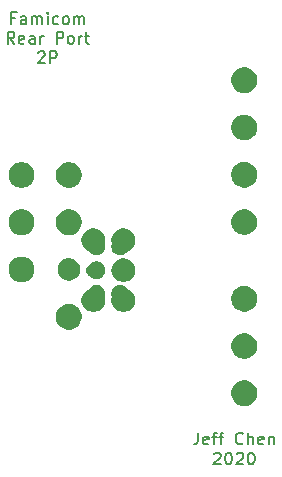
<source format=gts>
G04 #@! TF.GenerationSoftware,KiCad,Pcbnew,(5.1.5-0-10_14)*
G04 #@! TF.CreationDate,2020-11-03T15:19:22-05:00*
G04 #@! TF.ProjectId,FC_Rear_Port_2P,46435f52-6561-4725-9f50-6f72745f3250,rev?*
G04 #@! TF.SameCoordinates,Original*
G04 #@! TF.FileFunction,Soldermask,Top*
G04 #@! TF.FilePolarity,Negative*
%FSLAX46Y46*%
G04 Gerber Fmt 4.6, Leading zero omitted, Abs format (unit mm)*
G04 Created by KiCad (PCBNEW (5.1.5-0-10_14)) date 2020-11-03 15:19:22*
%MOMM*%
%LPD*%
G04 APERTURE LIST*
%ADD10C,0.150000*%
%ADD11C,0.200000*%
%ADD12C,0.100000*%
G04 APERTURE END LIST*
D10*
X147542095Y-74756571D02*
X147208761Y-74756571D01*
X147208761Y-75280380D02*
X147208761Y-74280380D01*
X147684952Y-74280380D01*
X148494476Y-75280380D02*
X148494476Y-74756571D01*
X148446857Y-74661333D01*
X148351619Y-74613714D01*
X148161142Y-74613714D01*
X148065904Y-74661333D01*
X148494476Y-75232761D02*
X148399238Y-75280380D01*
X148161142Y-75280380D01*
X148065904Y-75232761D01*
X148018285Y-75137523D01*
X148018285Y-75042285D01*
X148065904Y-74947047D01*
X148161142Y-74899428D01*
X148399238Y-74899428D01*
X148494476Y-74851809D01*
X148970666Y-75280380D02*
X148970666Y-74613714D01*
X148970666Y-74708952D02*
X149018285Y-74661333D01*
X149113523Y-74613714D01*
X149256380Y-74613714D01*
X149351619Y-74661333D01*
X149399238Y-74756571D01*
X149399238Y-75280380D01*
X149399238Y-74756571D02*
X149446857Y-74661333D01*
X149542095Y-74613714D01*
X149684952Y-74613714D01*
X149780190Y-74661333D01*
X149827809Y-74756571D01*
X149827809Y-75280380D01*
X150304000Y-75280380D02*
X150304000Y-74613714D01*
X150304000Y-74280380D02*
X150256380Y-74328000D01*
X150304000Y-74375619D01*
X150351619Y-74328000D01*
X150304000Y-74280380D01*
X150304000Y-74375619D01*
X151208761Y-75232761D02*
X151113523Y-75280380D01*
X150923047Y-75280380D01*
X150827809Y-75232761D01*
X150780190Y-75185142D01*
X150732571Y-75089904D01*
X150732571Y-74804190D01*
X150780190Y-74708952D01*
X150827809Y-74661333D01*
X150923047Y-74613714D01*
X151113523Y-74613714D01*
X151208761Y-74661333D01*
X151780190Y-75280380D02*
X151684952Y-75232761D01*
X151637333Y-75185142D01*
X151589714Y-75089904D01*
X151589714Y-74804190D01*
X151637333Y-74708952D01*
X151684952Y-74661333D01*
X151780190Y-74613714D01*
X151923047Y-74613714D01*
X152018285Y-74661333D01*
X152065904Y-74708952D01*
X152113523Y-74804190D01*
X152113523Y-75089904D01*
X152065904Y-75185142D01*
X152018285Y-75232761D01*
X151923047Y-75280380D01*
X151780190Y-75280380D01*
X152542095Y-75280380D02*
X152542095Y-74613714D01*
X152542095Y-74708952D02*
X152589714Y-74661333D01*
X152684952Y-74613714D01*
X152827809Y-74613714D01*
X152923047Y-74661333D01*
X152970666Y-74756571D01*
X152970666Y-75280380D01*
X152970666Y-74756571D02*
X153018285Y-74661333D01*
X153113523Y-74613714D01*
X153256380Y-74613714D01*
X153351619Y-74661333D01*
X153399238Y-74756571D01*
X153399238Y-75280380D01*
X147494476Y-76930380D02*
X147161142Y-76454190D01*
X146923047Y-76930380D02*
X146923047Y-75930380D01*
X147304000Y-75930380D01*
X147399238Y-75978000D01*
X147446857Y-76025619D01*
X147494476Y-76120857D01*
X147494476Y-76263714D01*
X147446857Y-76358952D01*
X147399238Y-76406571D01*
X147304000Y-76454190D01*
X146923047Y-76454190D01*
X148304000Y-76882761D02*
X148208761Y-76930380D01*
X148018285Y-76930380D01*
X147923047Y-76882761D01*
X147875428Y-76787523D01*
X147875428Y-76406571D01*
X147923047Y-76311333D01*
X148018285Y-76263714D01*
X148208761Y-76263714D01*
X148304000Y-76311333D01*
X148351619Y-76406571D01*
X148351619Y-76501809D01*
X147875428Y-76597047D01*
X149208761Y-76930380D02*
X149208761Y-76406571D01*
X149161142Y-76311333D01*
X149065904Y-76263714D01*
X148875428Y-76263714D01*
X148780190Y-76311333D01*
X149208761Y-76882761D02*
X149113523Y-76930380D01*
X148875428Y-76930380D01*
X148780190Y-76882761D01*
X148732571Y-76787523D01*
X148732571Y-76692285D01*
X148780190Y-76597047D01*
X148875428Y-76549428D01*
X149113523Y-76549428D01*
X149208761Y-76501809D01*
X149684952Y-76930380D02*
X149684952Y-76263714D01*
X149684952Y-76454190D02*
X149732571Y-76358952D01*
X149780190Y-76311333D01*
X149875428Y-76263714D01*
X149970666Y-76263714D01*
X151065904Y-76930380D02*
X151065904Y-75930380D01*
X151446857Y-75930380D01*
X151542095Y-75978000D01*
X151589714Y-76025619D01*
X151637333Y-76120857D01*
X151637333Y-76263714D01*
X151589714Y-76358952D01*
X151542095Y-76406571D01*
X151446857Y-76454190D01*
X151065904Y-76454190D01*
X152208761Y-76930380D02*
X152113523Y-76882761D01*
X152065904Y-76835142D01*
X152018285Y-76739904D01*
X152018285Y-76454190D01*
X152065904Y-76358952D01*
X152113523Y-76311333D01*
X152208761Y-76263714D01*
X152351619Y-76263714D01*
X152446857Y-76311333D01*
X152494476Y-76358952D01*
X152542095Y-76454190D01*
X152542095Y-76739904D01*
X152494476Y-76835142D01*
X152446857Y-76882761D01*
X152351619Y-76930380D01*
X152208761Y-76930380D01*
X152970666Y-76930380D02*
X152970666Y-76263714D01*
X152970666Y-76454190D02*
X153018285Y-76358952D01*
X153065904Y-76311333D01*
X153161142Y-76263714D01*
X153256380Y-76263714D01*
X153446857Y-76263714D02*
X153827809Y-76263714D01*
X153589714Y-75930380D02*
X153589714Y-76787523D01*
X153637333Y-76882761D01*
X153732571Y-76930380D01*
X153827809Y-76930380D01*
X149518285Y-77675619D02*
X149565904Y-77628000D01*
X149661142Y-77580380D01*
X149899238Y-77580380D01*
X149994476Y-77628000D01*
X150042095Y-77675619D01*
X150089714Y-77770857D01*
X150089714Y-77866095D01*
X150042095Y-78008952D01*
X149470666Y-78580380D01*
X150089714Y-78580380D01*
X150518285Y-78580380D02*
X150518285Y-77580380D01*
X150899238Y-77580380D01*
X150994476Y-77628000D01*
X151042095Y-77675619D01*
X151089714Y-77770857D01*
X151089714Y-77913714D01*
X151042095Y-78008952D01*
X150994476Y-78056571D01*
X150899238Y-78104190D01*
X150518285Y-78104190D01*
D11*
X163044571Y-109854380D02*
X163044571Y-110568666D01*
X162996952Y-110711523D01*
X162901714Y-110806761D01*
X162758857Y-110854380D01*
X162663619Y-110854380D01*
X163901714Y-110806761D02*
X163806476Y-110854380D01*
X163616000Y-110854380D01*
X163520761Y-110806761D01*
X163473142Y-110711523D01*
X163473142Y-110330571D01*
X163520761Y-110235333D01*
X163616000Y-110187714D01*
X163806476Y-110187714D01*
X163901714Y-110235333D01*
X163949333Y-110330571D01*
X163949333Y-110425809D01*
X163473142Y-110521047D01*
X164235047Y-110187714D02*
X164616000Y-110187714D01*
X164377904Y-110854380D02*
X164377904Y-109997238D01*
X164425523Y-109902000D01*
X164520761Y-109854380D01*
X164616000Y-109854380D01*
X164806476Y-110187714D02*
X165187428Y-110187714D01*
X164949333Y-110854380D02*
X164949333Y-109997238D01*
X164996952Y-109902000D01*
X165092190Y-109854380D01*
X165187428Y-109854380D01*
X166854095Y-110759142D02*
X166806476Y-110806761D01*
X166663619Y-110854380D01*
X166568380Y-110854380D01*
X166425523Y-110806761D01*
X166330285Y-110711523D01*
X166282666Y-110616285D01*
X166235047Y-110425809D01*
X166235047Y-110282952D01*
X166282666Y-110092476D01*
X166330285Y-109997238D01*
X166425523Y-109902000D01*
X166568380Y-109854380D01*
X166663619Y-109854380D01*
X166806476Y-109902000D01*
X166854095Y-109949619D01*
X167282666Y-110854380D02*
X167282666Y-109854380D01*
X167711238Y-110854380D02*
X167711238Y-110330571D01*
X167663619Y-110235333D01*
X167568380Y-110187714D01*
X167425523Y-110187714D01*
X167330285Y-110235333D01*
X167282666Y-110282952D01*
X168568380Y-110806761D02*
X168473142Y-110854380D01*
X168282666Y-110854380D01*
X168187428Y-110806761D01*
X168139809Y-110711523D01*
X168139809Y-110330571D01*
X168187428Y-110235333D01*
X168282666Y-110187714D01*
X168473142Y-110187714D01*
X168568380Y-110235333D01*
X168616000Y-110330571D01*
X168616000Y-110425809D01*
X168139809Y-110521047D01*
X169044571Y-110187714D02*
X169044571Y-110854380D01*
X169044571Y-110282952D02*
X169092190Y-110235333D01*
X169187428Y-110187714D01*
X169330285Y-110187714D01*
X169425523Y-110235333D01*
X169473142Y-110330571D01*
X169473142Y-110854380D01*
X164401714Y-111649619D02*
X164449333Y-111602000D01*
X164544571Y-111554380D01*
X164782666Y-111554380D01*
X164877904Y-111602000D01*
X164925523Y-111649619D01*
X164973142Y-111744857D01*
X164973142Y-111840095D01*
X164925523Y-111982952D01*
X164354095Y-112554380D01*
X164973142Y-112554380D01*
X165592190Y-111554380D02*
X165687428Y-111554380D01*
X165782666Y-111602000D01*
X165830285Y-111649619D01*
X165877904Y-111744857D01*
X165925523Y-111935333D01*
X165925523Y-112173428D01*
X165877904Y-112363904D01*
X165830285Y-112459142D01*
X165782666Y-112506761D01*
X165687428Y-112554380D01*
X165592190Y-112554380D01*
X165496952Y-112506761D01*
X165449333Y-112459142D01*
X165401714Y-112363904D01*
X165354095Y-112173428D01*
X165354095Y-111935333D01*
X165401714Y-111744857D01*
X165449333Y-111649619D01*
X165496952Y-111602000D01*
X165592190Y-111554380D01*
X166306476Y-111649619D02*
X166354095Y-111602000D01*
X166449333Y-111554380D01*
X166687428Y-111554380D01*
X166782666Y-111602000D01*
X166830285Y-111649619D01*
X166877904Y-111744857D01*
X166877904Y-111840095D01*
X166830285Y-111982952D01*
X166258857Y-112554380D01*
X166877904Y-112554380D01*
X167496952Y-111554380D02*
X167592190Y-111554380D01*
X167687428Y-111602000D01*
X167735047Y-111649619D01*
X167782666Y-111744857D01*
X167830285Y-111935333D01*
X167830285Y-112173428D01*
X167782666Y-112363904D01*
X167735047Y-112459142D01*
X167687428Y-112506761D01*
X167592190Y-112554380D01*
X167496952Y-112554380D01*
X167401714Y-112506761D01*
X167354095Y-112459142D01*
X167306476Y-112363904D01*
X167258857Y-112173428D01*
X167258857Y-111935333D01*
X167306476Y-111744857D01*
X167354095Y-111649619D01*
X167401714Y-111602000D01*
X167496952Y-111554380D01*
D12*
G36*
X167278318Y-105470648D02*
G01*
X167403555Y-105522523D01*
X167476920Y-105552912D01*
X167655657Y-105672340D01*
X167807660Y-105824343D01*
X167927088Y-106003080D01*
X168009352Y-106201683D01*
X168051290Y-106412517D01*
X168051290Y-106627483D01*
X168009352Y-106838317D01*
X167927088Y-107036920D01*
X167807660Y-107215657D01*
X167655657Y-107367660D01*
X167476920Y-107487088D01*
X167403555Y-107517477D01*
X167278318Y-107569352D01*
X167067485Y-107611290D01*
X166852515Y-107611290D01*
X166641682Y-107569352D01*
X166516445Y-107517477D01*
X166443080Y-107487088D01*
X166264343Y-107367660D01*
X166112340Y-107215657D01*
X165992912Y-107036920D01*
X165910648Y-106838317D01*
X165868710Y-106627483D01*
X165868710Y-106412517D01*
X165910648Y-106201683D01*
X165992912Y-106003080D01*
X166112340Y-105824343D01*
X166264343Y-105672340D01*
X166443080Y-105552912D01*
X166516445Y-105522523D01*
X166641682Y-105470648D01*
X166852515Y-105428710D01*
X167067485Y-105428710D01*
X167278318Y-105470648D01*
G37*
G36*
X167278318Y-101470648D02*
G01*
X167403555Y-101522523D01*
X167476920Y-101552912D01*
X167655657Y-101672340D01*
X167807660Y-101824343D01*
X167927088Y-102003080D01*
X168009352Y-102201683D01*
X168051290Y-102412517D01*
X168051290Y-102627483D01*
X168009352Y-102838317D01*
X167927088Y-103036920D01*
X167807660Y-103215657D01*
X167655657Y-103367660D01*
X167476920Y-103487088D01*
X167403555Y-103517477D01*
X167278318Y-103569352D01*
X167067485Y-103611290D01*
X166852515Y-103611290D01*
X166641682Y-103569352D01*
X166516445Y-103517477D01*
X166443080Y-103487088D01*
X166264343Y-103367660D01*
X166112340Y-103215657D01*
X165992912Y-103036920D01*
X165910648Y-102838317D01*
X165868710Y-102627483D01*
X165868710Y-102412517D01*
X165910648Y-102201683D01*
X165992912Y-102003080D01*
X166112340Y-101824343D01*
X166264343Y-101672340D01*
X166443080Y-101552912D01*
X166516445Y-101522523D01*
X166641682Y-101470648D01*
X166852515Y-101428710D01*
X167067485Y-101428710D01*
X167278318Y-101470648D01*
G37*
G36*
X152418318Y-98990648D02*
G01*
X152530020Y-99036917D01*
X152616920Y-99072912D01*
X152795657Y-99192340D01*
X152947660Y-99344343D01*
X153067088Y-99523080D01*
X153149352Y-99721683D01*
X153191290Y-99932517D01*
X153191290Y-100147483D01*
X153149352Y-100358317D01*
X153067088Y-100556920D01*
X152947660Y-100735657D01*
X152795657Y-100887660D01*
X152616920Y-101007088D01*
X152543555Y-101037477D01*
X152418318Y-101089352D01*
X152207485Y-101131290D01*
X151992515Y-101131290D01*
X151781682Y-101089352D01*
X151656445Y-101037477D01*
X151583080Y-101007088D01*
X151404343Y-100887660D01*
X151252340Y-100735657D01*
X151132912Y-100556920D01*
X151050648Y-100358317D01*
X151008710Y-100147483D01*
X151008710Y-99932517D01*
X151050648Y-99721683D01*
X151132912Y-99523080D01*
X151252340Y-99344343D01*
X151404343Y-99192340D01*
X151583080Y-99072912D01*
X151669980Y-99036917D01*
X151781682Y-98990648D01*
X151992515Y-98948710D01*
X152207485Y-98948710D01*
X152418318Y-98990648D01*
G37*
G36*
X156669144Y-97377582D02*
G01*
X156805867Y-97434215D01*
X156805869Y-97434216D01*
X156928919Y-97516435D01*
X157033565Y-97621081D01*
X157093413Y-97710651D01*
X157093572Y-97710845D01*
X157093766Y-97711004D01*
X157093989Y-97711122D01*
X157194289Y-97752668D01*
X157358285Y-97862247D01*
X157497753Y-98001715D01*
X157607332Y-98165711D01*
X157622232Y-98201683D01*
X157682811Y-98347934D01*
X157721290Y-98541379D01*
X157721290Y-98738621D01*
X157682811Y-98932066D01*
X157607332Y-99114289D01*
X157497753Y-99278285D01*
X157358285Y-99417753D01*
X157194289Y-99527332D01*
X157092843Y-99569352D01*
X157012066Y-99602811D01*
X156818621Y-99641290D01*
X156621379Y-99641290D01*
X156427934Y-99602811D01*
X156347157Y-99569352D01*
X156245711Y-99527332D01*
X156081715Y-99417753D01*
X155942247Y-99278285D01*
X155832668Y-99114289D01*
X155757189Y-98932066D01*
X155718710Y-98738621D01*
X155718710Y-98541379D01*
X155751376Y-98377153D01*
X155751401Y-98376903D01*
X155751376Y-98376653D01*
X155751303Y-98376413D01*
X155727582Y-98319144D01*
X155698710Y-98173998D01*
X155698710Y-98026002D01*
X155727582Y-97880856D01*
X155784215Y-97744133D01*
X155866435Y-97621081D01*
X155971081Y-97516435D01*
X156094131Y-97434216D01*
X156094133Y-97434215D01*
X156230856Y-97377582D01*
X156376002Y-97348710D01*
X156523998Y-97348710D01*
X156669144Y-97377582D01*
G37*
G36*
X154669144Y-97377582D02*
G01*
X154805867Y-97434215D01*
X154805869Y-97434216D01*
X154928919Y-97516435D01*
X155033565Y-97621081D01*
X155115785Y-97744133D01*
X155172418Y-97880856D01*
X155201290Y-98026002D01*
X155201290Y-98173998D01*
X155172418Y-98319144D01*
X155148697Y-98376413D01*
X155148624Y-98376653D01*
X155148599Y-98376903D01*
X155148624Y-98377153D01*
X155181290Y-98541379D01*
X155181290Y-98738621D01*
X155142811Y-98932066D01*
X155067332Y-99114289D01*
X154957753Y-99278285D01*
X154818285Y-99417753D01*
X154654289Y-99527332D01*
X154552843Y-99569352D01*
X154472066Y-99602811D01*
X154278621Y-99641290D01*
X154081379Y-99641290D01*
X153887934Y-99602811D01*
X153807157Y-99569352D01*
X153705711Y-99527332D01*
X153541715Y-99417753D01*
X153402247Y-99278285D01*
X153292668Y-99114289D01*
X153217189Y-98932066D01*
X153178710Y-98738621D01*
X153178710Y-98541379D01*
X153217189Y-98347934D01*
X153277768Y-98201683D01*
X153292668Y-98165711D01*
X153402247Y-98001715D01*
X153541715Y-97862247D01*
X153705711Y-97752668D01*
X153806011Y-97711122D01*
X153806234Y-97711004D01*
X153806428Y-97710845D01*
X153806587Y-97710651D01*
X153866435Y-97621081D01*
X153971081Y-97516435D01*
X154094131Y-97434216D01*
X154094133Y-97434215D01*
X154230856Y-97377582D01*
X154376002Y-97348710D01*
X154523998Y-97348710D01*
X154669144Y-97377582D01*
G37*
G36*
X167278318Y-97470648D02*
G01*
X167388857Y-97516435D01*
X167476920Y-97552912D01*
X167655657Y-97672340D01*
X167807660Y-97824343D01*
X167927088Y-98003080D01*
X167936583Y-98026004D01*
X168009352Y-98201682D01*
X168051290Y-98412515D01*
X168051290Y-98627485D01*
X168009352Y-98838318D01*
X167970520Y-98932066D01*
X167927088Y-99036920D01*
X167807660Y-99215657D01*
X167655657Y-99367660D01*
X167476920Y-99487088D01*
X167403555Y-99517477D01*
X167278318Y-99569352D01*
X167067485Y-99611290D01*
X166852515Y-99611290D01*
X166641682Y-99569352D01*
X166516445Y-99517477D01*
X166443080Y-99487088D01*
X166264343Y-99367660D01*
X166112340Y-99215657D01*
X165992912Y-99036920D01*
X165949480Y-98932066D01*
X165910648Y-98838318D01*
X165868710Y-98627485D01*
X165868710Y-98412515D01*
X165910648Y-98201682D01*
X165983417Y-98026004D01*
X165992912Y-98003080D01*
X166112340Y-97824343D01*
X166264343Y-97672340D01*
X166443080Y-97552912D01*
X166531143Y-97516435D01*
X166641682Y-97470648D01*
X166852515Y-97428710D01*
X167067485Y-97428710D01*
X167278318Y-97470648D01*
G37*
G36*
X148418318Y-94990648D02*
G01*
X148543555Y-95042523D01*
X148616920Y-95072912D01*
X148795657Y-95192340D01*
X148947660Y-95344343D01*
X149067088Y-95523080D01*
X149067089Y-95523083D01*
X149149352Y-95721682D01*
X149191290Y-95932515D01*
X149191290Y-96147485D01*
X149149352Y-96358318D01*
X149108945Y-96455869D01*
X149067088Y-96556920D01*
X148947660Y-96735657D01*
X148795657Y-96887660D01*
X148616920Y-97007088D01*
X148543555Y-97037477D01*
X148418318Y-97089352D01*
X148207485Y-97131290D01*
X147992515Y-97131290D01*
X147781682Y-97089352D01*
X147656445Y-97037477D01*
X147583080Y-97007088D01*
X147404343Y-96887660D01*
X147252340Y-96735657D01*
X147132912Y-96556920D01*
X147091055Y-96455869D01*
X147050648Y-96358318D01*
X147008710Y-96147485D01*
X147008710Y-95932515D01*
X147050648Y-95721682D01*
X147132911Y-95523083D01*
X147132912Y-95523080D01*
X147252340Y-95344343D01*
X147404343Y-95192340D01*
X147583080Y-95072912D01*
X147656445Y-95042523D01*
X147781682Y-94990648D01*
X147992515Y-94948710D01*
X148207485Y-94948710D01*
X148418318Y-94990648D01*
G37*
G36*
X157012066Y-95137189D02*
G01*
X157194289Y-95212668D01*
X157358285Y-95322247D01*
X157497753Y-95461715D01*
X157607332Y-95625711D01*
X157682811Y-95807934D01*
X157721290Y-96001379D01*
X157721290Y-96198621D01*
X157706019Y-96275391D01*
X157682811Y-96392066D01*
X157607332Y-96574289D01*
X157497753Y-96738285D01*
X157358285Y-96877753D01*
X157194289Y-96987332D01*
X157146591Y-97007089D01*
X157012066Y-97062811D01*
X156818621Y-97101290D01*
X156621379Y-97101290D01*
X156427934Y-97062811D01*
X156293409Y-97007089D01*
X156245711Y-96987332D01*
X156081715Y-96877753D01*
X155942247Y-96738285D01*
X155832668Y-96574289D01*
X155757189Y-96392066D01*
X155756660Y-96389408D01*
X155756587Y-96389168D01*
X155727582Y-96319144D01*
X155698710Y-96173998D01*
X155698710Y-96026002D01*
X155727582Y-95880856D01*
X155756587Y-95810832D01*
X155756660Y-95810592D01*
X155757189Y-95807934D01*
X155832668Y-95625711D01*
X155942247Y-95461715D01*
X156081715Y-95322247D01*
X156245711Y-95212668D01*
X156427934Y-95137189D01*
X156621379Y-95098710D01*
X156818621Y-95098710D01*
X157012066Y-95137189D01*
G37*
G36*
X152243968Y-95098710D02*
G01*
X152377481Y-95125267D01*
X152550605Y-95196978D01*
X152706412Y-95301085D01*
X152838915Y-95433588D01*
X152943022Y-95589395D01*
X153014733Y-95762519D01*
X153038271Y-95880856D01*
X153051290Y-95946304D01*
X153051290Y-96133696D01*
X153048547Y-96147485D01*
X153014733Y-96317481D01*
X152943022Y-96490605D01*
X152838915Y-96646412D01*
X152706412Y-96778915D01*
X152550605Y-96883022D01*
X152377481Y-96954733D01*
X152254679Y-96979159D01*
X152193696Y-96991290D01*
X152006304Y-96991290D01*
X151945321Y-96979159D01*
X151822519Y-96954733D01*
X151649395Y-96883022D01*
X151493588Y-96778915D01*
X151361085Y-96646412D01*
X151256978Y-96490605D01*
X151185267Y-96317481D01*
X151151453Y-96147485D01*
X151148710Y-96133696D01*
X151148710Y-95946304D01*
X151161729Y-95880856D01*
X151185267Y-95762519D01*
X151256978Y-95589395D01*
X151361085Y-95433588D01*
X151493588Y-95301085D01*
X151649395Y-95196978D01*
X151822519Y-95125267D01*
X151956032Y-95098710D01*
X152006304Y-95088710D01*
X152193696Y-95088710D01*
X152243968Y-95098710D01*
G37*
G36*
X154669144Y-95377582D02*
G01*
X154804353Y-95433588D01*
X154805869Y-95434216D01*
X154928919Y-95516435D01*
X155033565Y-95621081D01*
X155115785Y-95744133D01*
X155172418Y-95880856D01*
X155201290Y-96026002D01*
X155201290Y-96173998D01*
X155172418Y-96319144D01*
X155145215Y-96384817D01*
X155115784Y-96455869D01*
X155033565Y-96578919D01*
X154928919Y-96683565D01*
X154805869Y-96765784D01*
X154805868Y-96765785D01*
X154805867Y-96765785D01*
X154669144Y-96822418D01*
X154523998Y-96851290D01*
X154376002Y-96851290D01*
X154230856Y-96822418D01*
X154094133Y-96765785D01*
X154094132Y-96765785D01*
X154094131Y-96765784D01*
X153971081Y-96683565D01*
X153938365Y-96650849D01*
X153938171Y-96650690D01*
X153937949Y-96650572D01*
X153895184Y-96632858D01*
X153796700Y-96567053D01*
X153712947Y-96483300D01*
X153647142Y-96384816D01*
X153601817Y-96275391D01*
X153578710Y-96159224D01*
X153578710Y-96040776D01*
X153601817Y-95924609D01*
X153647142Y-95815184D01*
X153712947Y-95716700D01*
X153796700Y-95632947D01*
X153895184Y-95567142D01*
X153937949Y-95549428D01*
X153938171Y-95549310D01*
X153938365Y-95549151D01*
X153971081Y-95516435D01*
X154094131Y-95434216D01*
X154095647Y-95433588D01*
X154230856Y-95377582D01*
X154376002Y-95348710D01*
X154523998Y-95348710D01*
X154669144Y-95377582D01*
G37*
G36*
X154472066Y-92597189D02*
G01*
X154654289Y-92672668D01*
X154818285Y-92782247D01*
X154957753Y-92921715D01*
X155067332Y-93085711D01*
X155067333Y-93085714D01*
X155142811Y-93267934D01*
X155181290Y-93461379D01*
X155181290Y-93658621D01*
X155148624Y-93822847D01*
X155148599Y-93823097D01*
X155148624Y-93823347D01*
X155148697Y-93823587D01*
X155172418Y-93880856D01*
X155201290Y-94026002D01*
X155201290Y-94173998D01*
X155172418Y-94319144D01*
X155119320Y-94447332D01*
X155115784Y-94455869D01*
X155033565Y-94578919D01*
X154928919Y-94683565D01*
X154805869Y-94765784D01*
X154805868Y-94765785D01*
X154805867Y-94765785D01*
X154669144Y-94822418D01*
X154523998Y-94851290D01*
X154376002Y-94851290D01*
X154230856Y-94822418D01*
X154094133Y-94765785D01*
X154094132Y-94765785D01*
X154094131Y-94765784D01*
X153971081Y-94683565D01*
X153866435Y-94578919D01*
X153806584Y-94489346D01*
X153806428Y-94489155D01*
X153806234Y-94488996D01*
X153806012Y-94488878D01*
X153777479Y-94477059D01*
X153705711Y-94447332D01*
X153541715Y-94337753D01*
X153402247Y-94198285D01*
X153292668Y-94034289D01*
X153217189Y-93852066D01*
X153211377Y-93822847D01*
X153178710Y-93658621D01*
X153178710Y-93461379D01*
X153217189Y-93267934D01*
X153292667Y-93085714D01*
X153292668Y-93085711D01*
X153402247Y-92921715D01*
X153541715Y-92782247D01*
X153705711Y-92672668D01*
X153887934Y-92597189D01*
X154081379Y-92558710D01*
X154278621Y-92558710D01*
X154472066Y-92597189D01*
G37*
G36*
X157012066Y-92597189D02*
G01*
X157194289Y-92672668D01*
X157358285Y-92782247D01*
X157497753Y-92921715D01*
X157607332Y-93085711D01*
X157607333Y-93085714D01*
X157682811Y-93267934D01*
X157721290Y-93461379D01*
X157721290Y-93658621D01*
X157688623Y-93822847D01*
X157682811Y-93852066D01*
X157607332Y-94034289D01*
X157497753Y-94198285D01*
X157358285Y-94337753D01*
X157194289Y-94447332D01*
X157122521Y-94477059D01*
X157093988Y-94488878D01*
X157093766Y-94488996D01*
X157093572Y-94489155D01*
X157093416Y-94489346D01*
X157033565Y-94578919D01*
X156928919Y-94683565D01*
X156805869Y-94765784D01*
X156805868Y-94765785D01*
X156805867Y-94765785D01*
X156669144Y-94822418D01*
X156523998Y-94851290D01*
X156376002Y-94851290D01*
X156230856Y-94822418D01*
X156094133Y-94765785D01*
X156094132Y-94765785D01*
X156094131Y-94765784D01*
X155971081Y-94683565D01*
X155866435Y-94578919D01*
X155784216Y-94455869D01*
X155780680Y-94447332D01*
X155727582Y-94319144D01*
X155698710Y-94173998D01*
X155698710Y-94026002D01*
X155727582Y-93880856D01*
X155751303Y-93823587D01*
X155751376Y-93823347D01*
X155751401Y-93823097D01*
X155751376Y-93822847D01*
X155718710Y-93658621D01*
X155718710Y-93461379D01*
X155757189Y-93267934D01*
X155832667Y-93085714D01*
X155832668Y-93085711D01*
X155942247Y-92921715D01*
X156081715Y-92782247D01*
X156245711Y-92672668D01*
X156427934Y-92597189D01*
X156621379Y-92558710D01*
X156818621Y-92558710D01*
X157012066Y-92597189D01*
G37*
G36*
X148418318Y-90990648D02*
G01*
X148543555Y-91042523D01*
X148616920Y-91072912D01*
X148795657Y-91192340D01*
X148947660Y-91344343D01*
X149067088Y-91523080D01*
X149067089Y-91523083D01*
X149149352Y-91721682D01*
X149191290Y-91932515D01*
X149191290Y-92147485D01*
X149153330Y-92338318D01*
X149149352Y-92358317D01*
X149067088Y-92556920D01*
X148947660Y-92735657D01*
X148795657Y-92887660D01*
X148616920Y-93007088D01*
X148543555Y-93037477D01*
X148418318Y-93089352D01*
X148207485Y-93131290D01*
X147992515Y-93131290D01*
X147781682Y-93089352D01*
X147656445Y-93037477D01*
X147583080Y-93007088D01*
X147404343Y-92887660D01*
X147252340Y-92735657D01*
X147132912Y-92556920D01*
X147050648Y-92358317D01*
X147046670Y-92338318D01*
X147008710Y-92147485D01*
X147008710Y-91932515D01*
X147050648Y-91721682D01*
X147132911Y-91523083D01*
X147132912Y-91523080D01*
X147252340Y-91344343D01*
X147404343Y-91192340D01*
X147583080Y-91072912D01*
X147656445Y-91042523D01*
X147781682Y-90990648D01*
X147992515Y-90948710D01*
X148207485Y-90948710D01*
X148418318Y-90990648D01*
G37*
G36*
X152418318Y-90990648D02*
G01*
X152543555Y-91042523D01*
X152616920Y-91072912D01*
X152795657Y-91192340D01*
X152947660Y-91344343D01*
X153067088Y-91523080D01*
X153067089Y-91523083D01*
X153149352Y-91721682D01*
X153191290Y-91932515D01*
X153191290Y-92147485D01*
X153153330Y-92338318D01*
X153149352Y-92358317D01*
X153067088Y-92556920D01*
X152947660Y-92735657D01*
X152795657Y-92887660D01*
X152616920Y-93007088D01*
X152543555Y-93037477D01*
X152418318Y-93089352D01*
X152207485Y-93131290D01*
X151992515Y-93131290D01*
X151781682Y-93089352D01*
X151656445Y-93037477D01*
X151583080Y-93007088D01*
X151404343Y-92887660D01*
X151252340Y-92735657D01*
X151132912Y-92556920D01*
X151050648Y-92358317D01*
X151046670Y-92338318D01*
X151008710Y-92147485D01*
X151008710Y-91932515D01*
X151050648Y-91721682D01*
X151132911Y-91523083D01*
X151132912Y-91523080D01*
X151252340Y-91344343D01*
X151404343Y-91192340D01*
X151583080Y-91072912D01*
X151656445Y-91042523D01*
X151781682Y-90990648D01*
X151992515Y-90948710D01*
X152207485Y-90948710D01*
X152418318Y-90990648D01*
G37*
G36*
X167278318Y-90970648D02*
G01*
X167403555Y-91022523D01*
X167476920Y-91052912D01*
X167655657Y-91172340D01*
X167807660Y-91324343D01*
X167927088Y-91503080D01*
X167957477Y-91576445D01*
X168009352Y-91701682D01*
X168051290Y-91912515D01*
X168051290Y-92127485D01*
X168009352Y-92338318D01*
X167957477Y-92463555D01*
X167927088Y-92536920D01*
X167807660Y-92715657D01*
X167655657Y-92867660D01*
X167476920Y-92987088D01*
X167428633Y-93007089D01*
X167278318Y-93069352D01*
X167067485Y-93111290D01*
X166852515Y-93111290D01*
X166641682Y-93069352D01*
X166491367Y-93007089D01*
X166443080Y-92987088D01*
X166264343Y-92867660D01*
X166112340Y-92715657D01*
X165992912Y-92536920D01*
X165962523Y-92463555D01*
X165910648Y-92338318D01*
X165868710Y-92127485D01*
X165868710Y-91912515D01*
X165910648Y-91701682D01*
X165962523Y-91576445D01*
X165992912Y-91503080D01*
X166112340Y-91324343D01*
X166264343Y-91172340D01*
X166443080Y-91052912D01*
X166516445Y-91022523D01*
X166641682Y-90970648D01*
X166852515Y-90928710D01*
X167067485Y-90928710D01*
X167278318Y-90970648D01*
G37*
G36*
X148418318Y-86990648D02*
G01*
X148543555Y-87042523D01*
X148616920Y-87072912D01*
X148795657Y-87192340D01*
X148947660Y-87344343D01*
X149067088Y-87523080D01*
X149067089Y-87523083D01*
X149149352Y-87721682D01*
X149191290Y-87932515D01*
X149191290Y-88147485D01*
X149153330Y-88338318D01*
X149149352Y-88358317D01*
X149067088Y-88556920D01*
X148947660Y-88735657D01*
X148795657Y-88887660D01*
X148616920Y-89007088D01*
X148543555Y-89037477D01*
X148418318Y-89089352D01*
X148207485Y-89131290D01*
X147992515Y-89131290D01*
X147781682Y-89089352D01*
X147656445Y-89037477D01*
X147583080Y-89007088D01*
X147404343Y-88887660D01*
X147252340Y-88735657D01*
X147132912Y-88556920D01*
X147050648Y-88358317D01*
X147046670Y-88338318D01*
X147008710Y-88147485D01*
X147008710Y-87932515D01*
X147050648Y-87721682D01*
X147132911Y-87523083D01*
X147132912Y-87523080D01*
X147252340Y-87344343D01*
X147404343Y-87192340D01*
X147583080Y-87072912D01*
X147656445Y-87042523D01*
X147781682Y-86990648D01*
X147992515Y-86948710D01*
X148207485Y-86948710D01*
X148418318Y-86990648D01*
G37*
G36*
X152418318Y-86990648D02*
G01*
X152543555Y-87042523D01*
X152616920Y-87072912D01*
X152795657Y-87192340D01*
X152947660Y-87344343D01*
X153067088Y-87523080D01*
X153067089Y-87523083D01*
X153149352Y-87721682D01*
X153191290Y-87932515D01*
X153191290Y-88147485D01*
X153153330Y-88338318D01*
X153149352Y-88358317D01*
X153067088Y-88556920D01*
X152947660Y-88735657D01*
X152795657Y-88887660D01*
X152616920Y-89007088D01*
X152543555Y-89037477D01*
X152418318Y-89089352D01*
X152207485Y-89131290D01*
X151992515Y-89131290D01*
X151781682Y-89089352D01*
X151656445Y-89037477D01*
X151583080Y-89007088D01*
X151404343Y-88887660D01*
X151252340Y-88735657D01*
X151132912Y-88556920D01*
X151050648Y-88358317D01*
X151046670Y-88338318D01*
X151008710Y-88147485D01*
X151008710Y-87932515D01*
X151050648Y-87721682D01*
X151132911Y-87523083D01*
X151132912Y-87523080D01*
X151252340Y-87344343D01*
X151404343Y-87192340D01*
X151583080Y-87072912D01*
X151656445Y-87042523D01*
X151781682Y-86990648D01*
X151992515Y-86948710D01*
X152207485Y-86948710D01*
X152418318Y-86990648D01*
G37*
G36*
X167278318Y-86970648D02*
G01*
X167403555Y-87022523D01*
X167476920Y-87052912D01*
X167655657Y-87172340D01*
X167807660Y-87324343D01*
X167927088Y-87503080D01*
X167957477Y-87576445D01*
X168009352Y-87701682D01*
X168051290Y-87912515D01*
X168051290Y-88127485D01*
X168009352Y-88338318D01*
X167957477Y-88463555D01*
X167927088Y-88536920D01*
X167807660Y-88715657D01*
X167655657Y-88867660D01*
X167476920Y-88987088D01*
X167428633Y-89007089D01*
X167278318Y-89069352D01*
X167067485Y-89111290D01*
X166852515Y-89111290D01*
X166641682Y-89069352D01*
X166491367Y-89007089D01*
X166443080Y-88987088D01*
X166264343Y-88867660D01*
X166112340Y-88715657D01*
X165992912Y-88536920D01*
X165962523Y-88463555D01*
X165910648Y-88338318D01*
X165868710Y-88127485D01*
X165868710Y-87912515D01*
X165910648Y-87701682D01*
X165962523Y-87576445D01*
X165992912Y-87503080D01*
X166112340Y-87324343D01*
X166264343Y-87172340D01*
X166443080Y-87052912D01*
X166516445Y-87022523D01*
X166641682Y-86970648D01*
X166852515Y-86928710D01*
X167067485Y-86928710D01*
X167278318Y-86970648D01*
G37*
G36*
X167278318Y-82970648D02*
G01*
X167403555Y-83022523D01*
X167476920Y-83052912D01*
X167655657Y-83172340D01*
X167807660Y-83324343D01*
X167927088Y-83503080D01*
X168009352Y-83701683D01*
X168051290Y-83912517D01*
X168051290Y-84127483D01*
X168009352Y-84338317D01*
X167927088Y-84536920D01*
X167807660Y-84715657D01*
X167655657Y-84867660D01*
X167476920Y-84987088D01*
X167403555Y-85017477D01*
X167278318Y-85069352D01*
X167067485Y-85111290D01*
X166852515Y-85111290D01*
X166641682Y-85069352D01*
X166516445Y-85017477D01*
X166443080Y-84987088D01*
X166264343Y-84867660D01*
X166112340Y-84715657D01*
X165992912Y-84536920D01*
X165910648Y-84338317D01*
X165868710Y-84127483D01*
X165868710Y-83912517D01*
X165910648Y-83701683D01*
X165992912Y-83503080D01*
X166112340Y-83324343D01*
X166264343Y-83172340D01*
X166443080Y-83052912D01*
X166516445Y-83022523D01*
X166641682Y-82970648D01*
X166852515Y-82928710D01*
X167067485Y-82928710D01*
X167278318Y-82970648D01*
G37*
G36*
X167278318Y-78970648D02*
G01*
X167403555Y-79022523D01*
X167476920Y-79052912D01*
X167655657Y-79172340D01*
X167807660Y-79324343D01*
X167927088Y-79503080D01*
X168009352Y-79701683D01*
X168051290Y-79912517D01*
X168051290Y-80127483D01*
X168009352Y-80338317D01*
X167927088Y-80536920D01*
X167807660Y-80715657D01*
X167655657Y-80867660D01*
X167476920Y-80987088D01*
X167403555Y-81017477D01*
X167278318Y-81069352D01*
X167067485Y-81111290D01*
X166852515Y-81111290D01*
X166641682Y-81069352D01*
X166516445Y-81017477D01*
X166443080Y-80987088D01*
X166264343Y-80867660D01*
X166112340Y-80715657D01*
X165992912Y-80536920D01*
X165910648Y-80338317D01*
X165868710Y-80127483D01*
X165868710Y-79912517D01*
X165910648Y-79701683D01*
X165992912Y-79503080D01*
X166112340Y-79324343D01*
X166264343Y-79172340D01*
X166443080Y-79052912D01*
X166516445Y-79022523D01*
X166641682Y-78970648D01*
X166852515Y-78928710D01*
X167067485Y-78928710D01*
X167278318Y-78970648D01*
G37*
M02*

</source>
